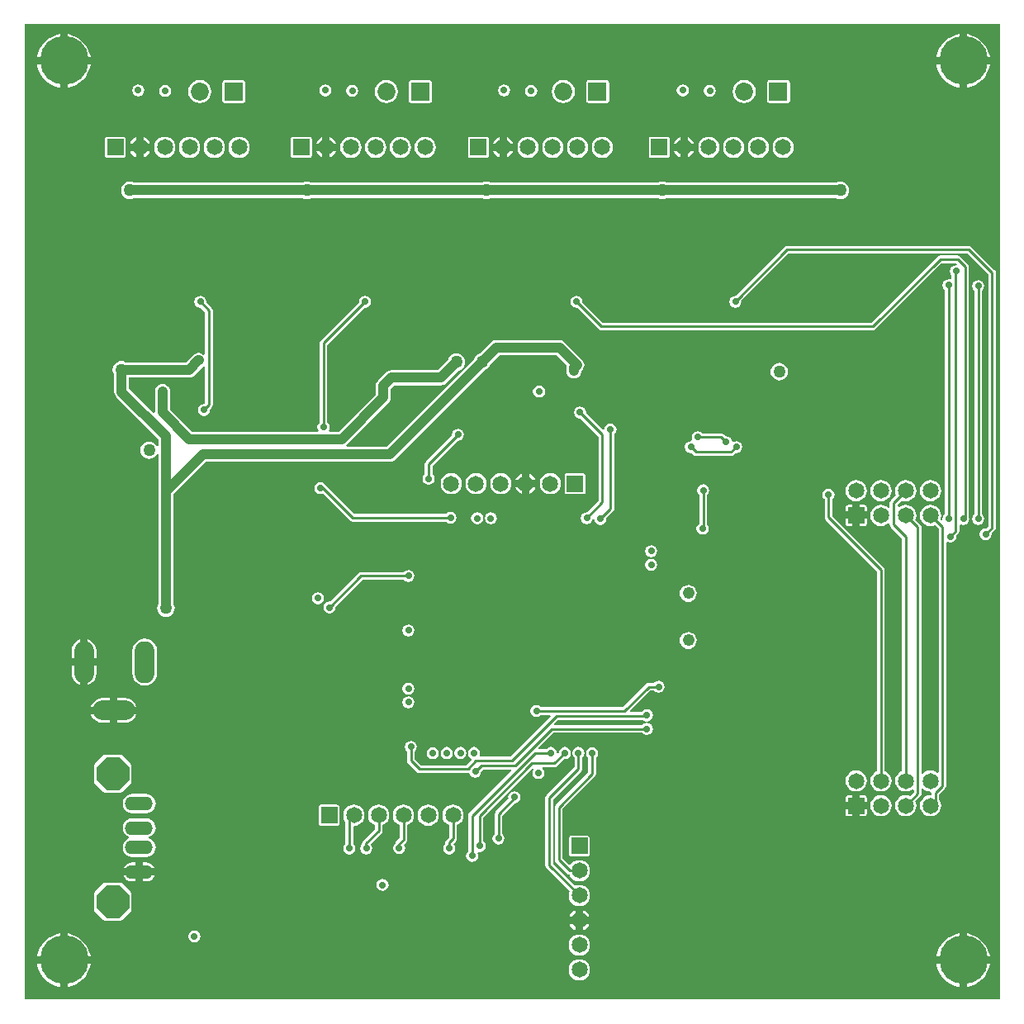
<source format=gbl>
%FSTAX23Y23*%
%MOIN*%
%SFA1B1*%

%IPPOS*%
%AMD45*
4,1,8,0.065800,0.027300,0.027300,0.065800,-0.027300,0.065800,-0.065800,0.027300,-0.065800,-0.027300,-0.027300,-0.065800,0.027300,-0.065800,0.065800,-0.027300,0.065800,0.027300,0.0*
%
%ADD33C,0.010000*%
%ADD34C,0.040000*%
%ADD36R,0.065000X0.065000*%
%ADD37C,0.065000*%
%ADD38C,0.196850*%
%ADD39R,0.065000X0.065000*%
%ADD40C,0.072830*%
%ADD41R,0.072830X0.072830*%
%ADD42O,0.170000X0.080000*%
%ADD43O,0.080000X0.170000*%
%ADD44C,0.048000*%
G04~CAMADD=45~4~0.0~0.0~1315.1~1315.1~0.0~385.2~0~0.0~0.0~0.0~0.0~0~0.0~0.0~0.0~0.0~0~0.0~0.0~0.0~315.0~1315.1~1315.1*
%ADD45D45*%
%ADD46O,0.112200X0.056100*%
%ADD47C,0.028000*%
%ADD48C,0.050000*%
%LNcontrolboard-1*%
%LPD*%
G36*
X03937Y0012D02*
X0D01*
Y04057*
X03937*
Y0012*
G37*
%LNcontrolboard-2*%
%LPC*%
G36*
X0256Y01407D02*
X0255Y01406D01*
X02542Y014*
X02541Y01398*
X0252*
X02514Y01397*
X02509Y01394*
X02415Y013*
X02085*
X02084Y01302*
X02076Y01307*
X02067Y01309*
X02057Y01307*
X02049Y01302*
X02044Y01294*
X02042Y01285*
X02044Y01275*
X02049Y01267*
X02057Y01262*
X02067Y0126*
X02076Y01262*
X02084Y01267*
X02085Y01269*
X02122*
X02124Y01264*
X0196Y011*
X0184*
X01837Y01105*
X01838Y01106*
X01839Y01116*
X01838Y01125*
X01832Y01133*
X01824Y01138*
X01815Y0114*
X01806Y01138*
X01798Y01133*
X01792Y01125*
X0179Y01116*
X01792Y01106*
X01798Y01098*
X01803Y01094*
X01805Y01087*
X01783Y01066*
X016*
X01575Y01091*
Y01121*
X01577Y01122*
X01582Y0113*
X01584Y0114*
X01582Y01149*
X01577Y01157*
X01569Y01162*
X0156Y01164*
X0155Y01162*
X01542Y01157*
X01537Y01149*
X01535Y0114*
X01537Y0113*
X01542Y01122*
X01544Y01121*
Y01085*
X01545Y01079*
X01549Y01074*
X01583Y0104*
X01588Y01036*
X01594Y01035*
X01791*
X01796Y01036*
X01797Y0103*
X01802Y01022*
X0181Y01017*
X0182Y01015*
X01829Y01017*
X01837Y01022*
X01842Y0103*
X01844Y0104*
X01844Y01042*
X01851Y01049*
X01964*
X01966Y01044*
X01796Y00874*
X01793Y00869*
X01792Y00863*
Y00718*
X0179Y00717*
X01784Y00709*
X01783Y007*
X01784Y0069*
X0179Y00682*
X01798Y00677*
X01807Y00675*
X01816Y00677*
X01824Y00682*
X0183Y0069*
X01831Y007*
X0183Y00709*
X01828Y00711*
X01832Y00716*
X01838Y00715*
X01847Y00717*
X01855Y00722*
X0186Y0073*
X01862Y0074*
X0186Y00749*
X01855Y00757*
X01853Y00758*
Y00856*
X02051Y01054*
X02052Y01054*
X02054Y01047*
X02052Y01044*
X0205Y01035*
X02052Y01025*
X02057Y01017*
X02065Y01012*
X02075Y0101*
X02084Y01012*
X02092Y01017*
X02097Y01025*
X02099Y01035*
X02097Y01044*
X02092Y01052*
X02091Y01052*
X02093Y01058*
X02139*
X02145Y01059*
X0215Y01063*
X02179Y01092*
X02181Y01091*
X02191Y01093*
X02199Y01098*
X02204Y01106*
X02206Y01116*
X02204Y01125*
X02199Y01133*
X02191Y01138*
X02181Y0114*
X02172Y01138*
X02164Y01133*
X02159Y01125*
X02157Y01116*
X02155Y01114*
X02153Y01115*
X02149Y01117*
X02147Y01125*
X02142Y01133*
X02134Y01138*
X02125Y0114*
X02115Y01138*
X02107Y01133*
X02106Y01131*
X02076*
X02074Y01136*
X02135Y01197*
X02494*
X02495Y01195*
X02503Y0119*
X02513Y01188*
X02522Y0119*
X0253Y01195*
X02535Y01203*
X02537Y01212*
X02535Y01222*
X0253Y0123*
X02522Y01235*
X02513Y01237*
X02503Y01235*
X02495Y0123*
X02494Y01227*
X02139*
X02137Y01233*
X02153Y01249*
X02496*
X02503Y01245*
X02513Y01243*
X02522Y01245*
X0253Y0125*
X02535Y01258*
X02537Y01267*
X02535Y01277*
X0253Y01285*
X02522Y0129*
X02513Y01292*
X02503Y0129*
X02495Y01285*
X02492Y0128*
X02446*
X02444Y01285*
X02526Y01368*
X02541*
X02542Y01366*
X0255Y0136*
X0256Y01359*
X02569Y0136*
X02577Y01366*
X02582Y01374*
X02584Y01383*
X02582Y01392*
X02577Y014*
X02569Y01406*
X0256Y01407*
G37*
G36*
X00486Y01578D02*
X00472Y01576D01*
X0046Y01571*
X0045Y01563*
X00442Y01553*
X00437Y01541*
X00435Y01528*
Y01438*
X00437Y01424*
X00442Y01412*
X0045Y01402*
X0046Y01394*
X00472Y01389*
X00486Y01387*
X00499Y01389*
X00511Y01394*
X00521Y01402*
X00529Y01412*
X00534Y01424*
X00536Y01438*
Y01528*
X00534Y01541*
X00529Y01553*
X00521Y01563*
X00511Y01571*
X00499Y01576*
X00486Y01578*
G37*
G36*
X00406Y01338D02*
X00376D01*
Y01303*
X00453*
X00449Y01313*
X00441Y01323*
X00431Y01331*
X00419Y01336*
X00406Y01338*
G37*
G36*
X0155Y01399D02*
X01541Y01398D01*
X01533Y01392*
X01527Y01384*
X01526Y01375*
X01527Y01366*
X01533Y01358*
X01541Y01352*
X0155Y0135*
X01559Y01352*
X01567Y01358*
X01573Y01366*
X01574Y01375*
X01573Y01384*
X01567Y01392*
X01559Y01398*
X0155Y01399*
G37*
G36*
X00226Y01468D02*
X0019D01*
Y01438*
X00192Y01424*
X00197Y01412*
X00205Y01402*
X00215Y01394*
X00226Y0139*
Y01468*
G37*
G36*
X00256Y01575D02*
Y01498D01*
X00291*
Y01528*
X00289Y01541*
X00284Y01553*
X00276Y01563*
X00266Y01571*
X00256Y01575*
G37*
G36*
X0268Y01604D02*
X02671Y01603D01*
X02662Y01599*
X02655Y01594*
X0265Y01587*
X02646Y01578*
X02645Y0157*
X02646Y01561*
X0265Y01552*
X02655Y01545*
X02662Y0154*
X02671Y01536*
X0268Y01535*
X02688Y01536*
X02697Y0154*
X02704Y01545*
X02709Y01552*
X02713Y01561*
X02714Y0157*
X02713Y01578*
X02709Y01587*
X02704Y01594*
X02697Y01599*
X02688Y01603*
X0268Y01604*
G37*
G36*
X00291Y01468D02*
X00256D01*
Y0139*
X00266Y01394*
X00276Y01402*
X00284Y01412*
X00289Y01424*
X00291Y01438*
Y01468*
G37*
G36*
X00226Y01575D02*
X00215Y01571D01*
X00205Y01563*
X00197Y01553*
X00192Y01541*
X0019Y01528*
Y01498*
X00226*
Y01575*
G37*
G36*
X00346Y01338D02*
X00316D01*
X00302Y01336*
X0029Y01331*
X0028Y01323*
X00272Y01313*
X00268Y01303*
X00346*
Y01338*
G37*
G36*
X03246Y02183D02*
X03236Y02181D01*
X03228Y02176*
X03223Y02168*
X03221Y02159*
X03223Y02149*
X03228Y02141*
X0323Y0214*
Y02067*
X03231Y02061*
X03235Y02056*
X03442Y01848*
Y01042*
X03436Y0104*
X03427Y01033*
X0342Y01024*
X03416Y01014*
X03415Y01003*
X03416Y00991*
X0342Y00981*
X03427Y00972*
X03436Y00965*
X03446Y00961*
X03458Y0096*
X03469Y00961*
X03479Y00965*
X03488Y00972*
X03495Y00981*
X03499Y00991*
X035Y01003*
X03499Y01014*
X03495Y01024*
X03488Y01033*
X03479Y0104*
X03473Y01042*
Y01855*
X03472Y0186*
X03468Y01865*
X03261Y02073*
Y0214*
X03263Y02141*
X03268Y02149*
X0327Y02159*
X03268Y02168*
X03263Y02176*
X03255Y02181*
X03246Y02183*
G37*
G36*
X01649Y01138D02*
X01639Y01137D01*
X01632Y01131*
X01626Y01123*
X01624Y01114*
X01626Y01105*
X01632Y01097*
X01639Y01091*
X01649Y0109*
X01658Y01091*
X01666Y01097*
X01671Y01105*
X01673Y01114*
X01671Y01123*
X01666Y01131*
X01658Y01137*
X01649Y01138*
G37*
G36*
X00389Y01108D02*
X00324D01*
X0032Y01107*
X00316Y01105*
X00284Y01072*
X00281Y01069*
X00281Y01065*
Y00999*
X00281Y00995*
X00284Y00992*
X00316Y00959*
X0032Y00957*
X00324Y00956*
X00389*
X00393Y00957*
X00397Y00959*
X00429Y00992*
X00429*
X00432Y00995*
X00432Y00999*
Y01065*
X00432Y01069*
X00429Y01072*
X00397Y01105*
X00393Y01107*
X00389Y01108*
G37*
G36*
X03358Y01045D02*
X03346Y01044D01*
X03336Y0104*
X03327Y01033*
X0332Y01024*
X03316Y01014*
X03315Y01003*
X03316Y00991*
X0332Y00981*
X03327Y00972*
X03336Y00965*
X03346Y00961*
X03358Y0096*
X03369Y00961*
X03379Y00965*
X03388Y00972*
X03395Y00981*
X03399Y00991*
X034Y01003*
X03399Y01014*
X03395Y01024*
X03388Y01033*
X03379Y0104*
X03369Y01044*
X03358Y01045*
G37*
G36*
X01705Y0114D02*
X01696Y01138D01*
X01688Y01133*
X01682Y01125*
X0168Y01116*
X01682Y01106*
X01688Y01098*
X01696Y01093*
X01705Y01091*
X01714Y01093*
X01722Y01098*
X01728Y01106*
X01729Y01116*
X01728Y01125*
X01722Y01133*
X01714Y01138*
X01705Y0114*
G37*
G36*
X00453Y01273D02*
X00376D01*
Y01237*
X00406*
X00419Y01239*
X00431Y01244*
X00441Y01252*
X00449Y01262*
X00453Y01273*
G37*
G36*
X0155Y01344D02*
X01541Y01343D01*
X01533Y01337*
X01527Y01329*
X01526Y0132*
X01527Y01311*
X01533Y01303*
X01541Y01297*
X0155Y01295*
X01559Y01297*
X01567Y01303*
X01573Y01311*
X01574Y0132*
X01573Y01329*
X01567Y01337*
X01559Y01343*
X0155Y01344*
G37*
G36*
X0176Y0114D02*
X01751Y01138D01*
X01743Y01133*
X01737Y01125*
X01735Y01116*
X01737Y01106*
X01743Y01098*
X01751Y01093*
X0176Y01091*
X01769Y01093*
X01777Y01098*
X01783Y01106*
X01784Y01116*
X01783Y01125*
X01777Y01133*
X01769Y01138*
X0176Y0114*
G37*
G36*
X00346Y01273D02*
X00268D01*
X00272Y01262*
X0028Y01252*
X0029Y01244*
X00302Y01239*
X00316Y01237*
X00346*
Y01273*
G37*
G36*
X01883Y02087D02*
X01874Y02086D01*
X01866Y0208*
X0186Y02072*
X01858Y02063*
X0186Y02054*
X01866Y02046*
X01874Y0204*
X01883Y02039*
X01892Y0204*
X019Y02046*
X01906Y02054*
X01907Y02063*
X01906Y02072*
X019Y0208*
X01892Y02086*
X01883Y02087*
G37*
G36*
X01194Y02209D02*
X01185Y02207D01*
X01177Y02202*
X01171Y02194*
X0117Y02185*
X01171Y02175*
X01177Y02167*
X01185Y02162*
X01194Y0216*
X01203Y02162*
X01205Y02163*
X01314Y02054*
X01319Y0205*
X01325Y02049*
X01701*
X01702Y02047*
X0171Y02042*
X0172Y0204*
X01729Y02042*
X01737Y02047*
X01742Y02055*
X01744Y02065*
X01742Y02074*
X01737Y02082*
X01729Y02087*
X0172Y02089*
X0171Y02087*
X01702Y02082*
X01701Y0208*
X01331*
X01216Y02195*
X01216Y02196*
X01211Y02202*
X01203Y02207*
X01194Y02209*
G37*
G36*
X0385Y03024D02*
X0384Y03022D01*
X03832Y03017*
X03827Y03009*
X03825Y03*
X03827Y0299*
X03832Y02982*
X03834Y02981*
Y02078*
X03832Y02077*
X03827Y02069*
X03825Y0206*
X03827Y0205*
X03832Y02042*
X0384Y02037*
X0385Y02035*
X03859Y02037*
X03867Y02042*
X03872Y0205*
X03874Y0206*
X03872Y02069*
X03867Y02077*
X03865Y02078*
Y02981*
X03867Y02982*
X03872Y0299*
X03874Y03*
X03872Y03009*
X03867Y03017*
X03859Y03022*
X0385Y03024*
G37*
G36*
X01828Y02087D02*
X01819Y02086D01*
X01811Y0208*
X01805Y02072*
X01803Y02063*
X01805Y02054*
X01811Y02046*
X01819Y0204*
X01828Y02039*
X01837Y0204*
X01845Y02046*
X01851Y02054*
X01852Y02063*
X01851Y02072*
X01845Y0208*
X01837Y02086*
X01828Y02087*
G37*
G36*
X02243Y02514D02*
X02233Y02512D01*
X02225Y02507*
X0222Y02499*
X02218Y0249*
X0222Y0248*
X02225Y02472*
X02233Y02467*
X02243Y02465*
X02245Y02466*
X02317Y02393*
Y02133*
X02272Y02088*
X0227Y02088*
X0226Y02086*
X02252Y02081*
X02247Y02073*
X02245Y02064*
X02247Y02054*
X02252Y02046*
X0226Y02041*
X0227Y02039*
X02279Y02041*
X02287Y02046*
X02292Y02054*
X02294Y02062*
X02294Y02062*
X02296Y02062*
X023Y02059*
X02302Y02051*
X02307Y02043*
X02315Y02038*
X02325Y02036*
X02334Y02038*
X02342Y02043*
X02347Y02051*
X02349Y02061*
X02349Y02063*
X02376Y02091*
X0238Y02096*
X02381Y02102*
Y02403*
X02383Y02404*
X02388Y02412*
X0239Y02422*
X02388Y02431*
X02383Y02439*
X02375Y02444*
X02366Y02446*
X02356Y02444*
X02348Y02439*
X02343Y02431*
X02341Y02422*
X02341Y02421*
X02336Y02418*
X02267Y02487*
X02267Y0249*
X02265Y02499*
X0226Y02507*
X02252Y02512*
X02243Y02514*
G37*
G36*
X03358Y02217D02*
X03346Y02216D01*
X03336Y02212*
X03327Y02205*
X0332Y02196*
X03316Y02186*
X03315Y02175*
X03316Y02163*
X0332Y02153*
X03327Y02144*
X03336Y02137*
X03346Y02133*
X03358Y02132*
X03369Y02133*
X03379Y02137*
X03388Y02144*
X03395Y02153*
X03399Y02163*
X034Y02175*
X03399Y02186*
X03395Y02196*
X03388Y02205*
X03379Y02212*
X03369Y02216*
X03358Y02217*
G37*
G36*
X03458D02*
X03446Y02216D01*
X03436Y02212*
X03427Y02205*
X0342Y02196*
X03416Y02186*
X03415Y02175*
X03416Y02163*
X0342Y02153*
X03427Y02144*
X03436Y02137*
X03446Y02133*
X03458Y02132*
X03469Y02133*
X03479Y02137*
X03488Y02144*
X03495Y02153*
X03499Y02163*
X035Y02175*
X03499Y02186*
X03495Y02196*
X03488Y02205*
X03479Y02212*
X03469Y02216*
X03458Y02217*
G37*
G36*
X03343Y02117D02*
X03325D01*
X03321Y02116*
X03318Y02114*
X03316Y02111*
X03315Y02107*
Y0209*
X03343*
Y02117*
G37*
G36*
X0339D02*
X03373D01*
Y0209*
X034*
Y02107*
X03399Y02111*
X03397Y02114*
X03394Y02116*
X0339Y02117*
G37*
G36*
X034Y0206D02*
X03373D01*
Y02032*
X0339*
X03394Y02033*
X03397Y02035*
X03399Y02038*
X034Y02042*
Y0206*
G37*
G36*
X0268Y01794D02*
X02671Y01793D01*
X02662Y01789*
X02655Y01784*
X0265Y01777*
X02646Y01768*
X02645Y0176*
X02646Y01751*
X0265Y01742*
X02655Y01735*
X02662Y0173*
X02671Y01726*
X0268Y01725*
X02688Y01726*
X02697Y0173*
X02704Y01735*
X02709Y01742*
X02713Y01751*
X02714Y0176*
X02713Y01768*
X02709Y01777*
X02704Y01784*
X02697Y01789*
X02688Y01793*
X0268Y01794*
G37*
G36*
X0155Y01854D02*
X01541Y01852D01*
X01533Y01847*
X01531Y01845*
X01358*
X01352Y01844*
X01347Y0184*
X01234Y01727*
X01232Y01728*
X01223Y01726*
X01215Y01721*
X01209Y01713*
X01208Y01703*
X01209Y01694*
X01215Y01686*
X01223Y01681*
X01232Y01679*
X01241Y01681*
X01249Y01686*
X01255Y01694*
X01256Y01703*
X01256Y01706*
X01365Y01814*
X01531*
X01533Y01812*
X01541Y01807*
X0155Y01805*
X01559Y01807*
X01567Y01812*
X01573Y0182*
X01574Y0183*
X01573Y01839*
X01567Y01847*
X01559Y01852*
X0155Y01854*
G37*
G36*
Y01634D02*
X01541Y01632D01*
X01533Y01627*
X01527Y01619*
X01526Y0161*
X01527Y016*
X01533Y01592*
X01541Y01587*
X0155Y01585*
X01559Y01587*
X01567Y01592*
X01573Y016*
X01574Y0161*
X01573Y01619*
X01567Y01627*
X01559Y01632*
X0155Y01634*
G37*
G36*
X01185Y01764D02*
X01175Y01762D01*
X01167Y01757*
X01162Y01749*
X0116Y0174*
X01162Y0173*
X01167Y01722*
X01175Y01717*
X01185Y01715*
X01194Y01717*
X01202Y01722*
X01207Y0173*
X01209Y0174*
X01207Y01749*
X01202Y01757*
X01194Y01762*
X01185Y01764*
G37*
G36*
X0253Y01899D02*
X0252Y01897D01*
X02512Y01892*
X02507Y01884*
X02505Y01875*
X02507Y01865*
X02512Y01857*
X0252Y01852*
X0253Y0185*
X02539Y01852*
X02547Y01857*
X02552Y01865*
X02554Y01875*
X02552Y01884*
X02547Y01892*
X02539Y01897*
X0253Y01899*
G37*
G36*
X03813Y03163D02*
X03079D01*
X03073Y03162*
X03068Y03158*
X0287Y02961*
X0287Y02961*
X0286Y02959*
X02852Y02954*
X02847Y02946*
X02845Y02937*
X02847Y02927*
X02852Y02919*
X0286Y02914*
X0287Y02912*
X02879Y02914*
X02887Y02919*
X02892Y02927*
X02894Y02937*
X02893Y02941*
X03085Y03132*
X03806*
X0389Y03048*
Y02031*
X03882Y02023*
X0388Y02023*
X0387Y02021*
X03862Y02016*
X03857Y02008*
X03855Y01999*
X03857Y01989*
X03862Y01981*
X0387Y01976*
X0388Y01974*
X03889Y01976*
X03897Y01981*
X03902Y01989*
X03904Y01999*
X03904Y02001*
X03916Y02014*
X0392Y02019*
X03921Y02025*
Y03055*
X0392Y0306*
X03916Y03065*
X03823Y03158*
X03818Y03162*
X03813Y03163*
G37*
G36*
X03343Y0206D02*
X03315D01*
Y02042*
X03316Y02038*
X03318Y02035*
X03321Y02033*
X03325Y02032*
X03343*
Y0206*
G37*
G36*
X0253Y01954D02*
X0252Y01952D01*
X02512Y01947*
X02507Y01939*
X02505Y0193*
X02507Y0192*
X02512Y01912*
X0252Y01907*
X0253Y01905*
X02539Y01907*
X02547Y01912*
X02552Y0192*
X02554Y0193*
X02552Y01939*
X02547Y01947*
X02539Y01952*
X0253Y01954*
G37*
G36*
X0274Y022D02*
X0273Y02198D01*
X02722Y02193*
X02717Y02185*
X02715Y02176*
X02717Y02166*
X02722Y02158*
X02724Y02157*
Y02041*
X0272Y02039*
X02715Y02031*
X02713Y02022*
X02715Y02012*
X0272Y02004*
X02728Y01999*
X02738Y01997*
X02747Y01999*
X02755Y02004*
X0276Y02012*
X02762Y02022*
X0276Y02031*
X02755Y02039*
X02755Y02039*
Y02157*
X02757Y02158*
X02762Y02166*
X02764Y02176*
X02762Y02185*
X02757Y02193*
X02749Y02198*
X0274Y022*
G37*
G36*
X02279Y00425D02*
X02255D01*
Y004*
X02261Y00402*
X0227Y00409*
X02277Y00418*
X02279Y00425*
G37*
G36*
X00389Y00591D02*
X00324D01*
X0032Y0059*
X00316Y00588*
X00284Y00555*
X00281Y00552*
X00281Y00548*
Y00482*
X00281Y00478*
X00284Y00475*
X00316Y00442*
X0032Y0044*
X00324Y00439*
X00389*
X00393Y0044*
X00397Y00442*
X00429Y00475*
X00429*
X00432Y00478*
X00432Y00482*
Y00548*
X00432Y00552*
X00429Y00555*
X00397Y00588*
X00393Y0059*
X00389Y00591*
G37*
G36*
X00686Y00399D02*
X00677Y00397D01*
X00669Y00392*
X00664Y00384*
X00662Y00375*
X00664Y00365*
X00669Y00357*
X00677Y00352*
X00686Y0035*
X00696Y00352*
X00704Y00357*
X00709Y00365*
X00711Y00375*
X00709Y00384*
X00704Y00392*
X00696Y00397*
X00686Y00399*
G37*
G36*
X02225Y00425D02*
X022D01*
X02202Y00418*
X02209Y00409*
X02218Y00402*
X02225Y004*
Y00425*
G37*
G36*
Y00479D02*
X02218Y00477D01*
X02209Y0047*
X02202Y00461*
X022Y00455*
X02225*
Y00479*
G37*
G36*
X01446Y00607D02*
X01437Y00606D01*
X01429Y006*
X01423Y00592*
X01421Y00583*
X01423Y00574*
X01429Y00566*
X01437Y0056*
X01446Y00558*
X01455Y0056*
X01463Y00566*
X01469Y00574*
X0147Y00583*
X01469Y00592*
X01463Y006*
X01455Y00606*
X01446Y00607*
G37*
G36*
X02292Y01138D02*
X02282Y01137D01*
X02274Y01131*
X02269Y01123*
X02267Y01114*
X02269Y01105*
X02274Y01097*
X02276Y01095*
Y01037*
X02146Y00906*
X02142Y00901*
X02141Y00896*
Y00684*
X02142Y00678*
X02146Y00673*
X0219Y00629*
X02195Y00625*
X022Y00624*
X02202Y00618*
X02209Y00609*
X02218Y00602*
X02228Y00598*
X0224Y00597*
X02251Y00598*
X02261Y00602*
X0227Y00609*
X02277Y00618*
X02281Y00628*
X02282Y0064*
X02281Y00651*
X02277Y00661*
X0227Y0067*
X02261Y00677*
X02251Y00681*
X0224Y00682*
X02228Y00681*
X02218Y00677*
X02209Y0067*
X02205Y00665*
X02197Y00664*
X02172Y0069*
Y00889*
X02303Y0102*
X02306Y01025*
X02307Y01031*
Y01095*
X02309Y01097*
X02314Y01105*
X02316Y01114*
X02314Y01123*
X02309Y01131*
X02301Y01137*
X02292Y01138*
G37*
G36*
X02255Y00479D02*
Y00455D01*
X02279*
X02277Y00461*
X0227Y0047*
X02261Y00477*
X02255Y00479*
G37*
G36*
X02236Y0114D02*
X02227Y01138D01*
X02219Y01133*
X02214Y01125*
X02212Y01116*
X02214Y01106*
X02219Y01098*
X02221Y01097*
Y0106*
X02108Y00946*
X02104Y00941*
X02103Y00936*
Y00661*
X02104Y00655*
X02108Y0065*
X02201Y00557*
X02198Y00551*
X02197Y0054*
X02198Y00528*
X02202Y00518*
X02209Y00509*
X02218Y00502*
X02228Y00498*
X0224Y00497*
X02251Y00498*
X02261Y00502*
X0227Y00509*
X02277Y00518*
X02281Y00528*
X02282Y0054*
X02281Y00551*
X02277Y00561*
X0227Y0057*
X02261Y00577*
X02251Y00581*
X0224Y00582*
X02228Y00581*
X02222Y00578*
X02134Y00667*
Y00929*
X02247Y01042*
X0225Y01047*
X02252Y01053*
Y01097*
X02254Y01098*
X02259Y01106*
X02261Y01116*
X02259Y01125*
X02254Y01133*
X02246Y01138*
X02236Y0114*
G37*
G36*
X0224Y00382D02*
X02228Y00381D01*
X02218Y00377*
X02209Y0037*
X02202Y00361*
X02198Y00351*
X02197Y0034*
X02198Y00328*
X02202Y00318*
X02209Y00309*
X02218Y00302*
X02228Y00298*
X0224Y00297*
X02251Y00298*
X02261Y00302*
X0227Y00309*
X02277Y00318*
X02281Y00328*
X02282Y0034*
X02281Y00351*
X02277Y00361*
X0227Y0037*
X02261Y00377*
X02251Y00381*
X0224Y00382*
G37*
G36*
X00267Y00265D02*
X00175D01*
Y00172*
X00177Y00172*
X00193Y00176*
X00209Y00183*
X00223Y00192*
X00236Y00203*
X00247Y00216*
X00256Y0023*
X00263Y00246*
X00267Y00262*
X00267Y00265*
G37*
G36*
X03897D02*
X03805D01*
Y00172*
X03807Y00172*
X03823Y00176*
X03839Y00183*
X03853Y00192*
X03866Y00203*
X03877Y00216*
X03886Y0023*
X03893Y00246*
X03897Y00262*
X03897Y00265*
G37*
G36*
X03775D02*
X03682D01*
X03682Y00262*
X03686Y00246*
X03693Y0023*
X03702Y00216*
X03713Y00203*
X03726Y00192*
X0374Y00183*
X03756Y00176*
X03772Y00172*
X03775Y00172*
Y00265*
G37*
G36*
X00145D02*
X00052D01*
X00052Y00262*
X00056Y00246*
X00063Y0023*
X00072Y00216*
X00083Y00203*
X00096Y00192*
X0011Y00183*
X00126Y00176*
X00142Y00172*
X00145Y00172*
Y00265*
G37*
G36*
X0224Y00282D02*
X02228Y00281D01*
X02218Y00277*
X02209Y0027*
X02202Y00261*
X02198Y00251*
X02197Y0024*
X02198Y00228*
X02202Y00218*
X02209Y00209*
X02218Y00202*
X02228Y00198*
X0224Y00197*
X02251Y00198*
X02261Y00202*
X0227Y00209*
X02277Y00218*
X02281Y00228*
X02282Y0024*
X02281Y00251*
X02277Y00261*
X0227Y0027*
X02261Y00277*
X02251Y00281*
X0224Y00282*
G37*
G36*
X00175Y00387D02*
Y00295D01*
X00267*
X00267Y00297*
X00263Y00313*
X00256Y00329*
X00247Y00343*
X00236Y00356*
X00223Y00367*
X00209Y00376*
X00193Y00383*
X00177Y00387*
X00175Y00387*
G37*
G36*
X03805D02*
Y00295D01*
X03897*
X03897Y00297*
X03893Y00313*
X03886Y00329*
X03877Y00343*
X03866Y00356*
X03853Y00367*
X03839Y00376*
X03823Y00383*
X03807Y00387*
X03805Y00387*
G37*
G36*
X03775D02*
X03772Y00387D01*
X03756Y00383*
X0374Y00376*
X03726Y00367*
X03713Y00356*
X03702Y00343*
X03693Y00329*
X03686Y00313*
X03682Y00297*
X03682Y00295*
X03775*
Y00387*
G37*
G36*
X00145D02*
X00142Y00387D01*
X00126Y00383*
X0011Y00376*
X00096Y00367*
X00083Y00356*
X00072Y00343*
X00063Y00329*
X00056Y00313*
X00052Y00297*
X00052Y00295*
X00145*
Y00387*
G37*
G36*
X01262Y00907D02*
X01197D01*
X01193Y00906*
X0119Y00904*
X01188Y00901*
X01187Y00897*
Y00832*
X01188Y00828*
X0119Y00825*
X01193Y00823*
X01197Y00822*
X01262*
X01266Y00823*
X01269Y00825*
X01271Y00828*
X01272Y00832*
Y00897*
X01271Y00901*
X01269Y00904*
X01266Y00906*
X01262Y00907*
G37*
G36*
X03458Y00945D02*
X03446Y00944D01*
X03436Y0094*
X03427Y00933*
X0342Y00924*
X03416Y00914*
X03415Y00903*
X03416Y00891*
X0342Y00881*
X03427Y00872*
X03436Y00865*
X03446Y00861*
X03458Y0086*
X03469Y00861*
X03479Y00865*
X03488Y00872*
X03495Y00881*
X03499Y00891*
X035Y00903*
X03499Y00914*
X03495Y00924*
X03488Y00933*
X03479Y0094*
X03469Y00944*
X03458Y00945*
G37*
G36*
X01978Y00961D02*
X01968Y00959D01*
X0196Y00954*
X01955Y00946*
X01953Y00937*
X01954Y00931*
X01903Y0088*
X019Y00875*
X01899Y00869*
Y00788*
X01897Y00787*
X01891Y00779*
X01889Y0077*
X01891Y0076*
X01897Y00752*
X01904Y00747*
X01914Y00745*
X01923Y00747*
X01931Y00752*
X01936Y0076*
X01938Y0077*
X01936Y00779*
X01931Y00787*
X01929Y00788*
Y00863*
X01979Y00913*
X01987Y00914*
X01995Y00919*
X02Y00927*
X02002Y00937*
X02Y00946*
X01995Y00954*
X01987Y00959*
X01978Y00961*
G37*
G36*
X0163Y00907D02*
X01618Y00906D01*
X01608Y00902*
X01599Y00895*
X01592Y00886*
X01588Y00876*
X01587Y00865*
X01588Y00853*
X01592Y00843*
X01599Y00834*
X01608Y00827*
X01618Y00823*
X0163Y00822*
X01641Y00823*
X01651Y00827*
X0166Y00834*
X01667Y00843*
X01671Y00853*
X01672Y00865*
X01671Y00876*
X01667Y00886*
X0166Y00895*
X01651Y00902*
X01641Y00906*
X0163Y00907*
G37*
G36*
X03343Y00888D02*
X03315D01*
Y0087*
X03316Y00866*
X03318Y00863*
X03321Y00861*
X03325Y0086*
X03343*
Y00888*
G37*
G36*
Y00945D02*
X03325D01*
X03321Y00944*
X03318Y00942*
X03316Y00939*
X03315Y00935*
Y00918*
X03343*
Y00945*
G37*
G36*
X0339D02*
X03373D01*
Y00918*
X034*
Y00935*
X03399Y00939*
X03397Y00942*
X03394Y00944*
X0339Y00945*
G37*
G36*
X034Y00888D02*
X03373D01*
Y0086*
X0339*
X03394Y00861*
X03397Y00863*
X03399Y00866*
X034Y0087*
Y00888*
G37*
G36*
X00491Y0095D02*
X00435D01*
X00425Y00948*
X00416Y00945*
X00408Y00938*
X00402Y0093*
X00398Y00921*
X00397Y00911*
X00398Y00901*
X00402Y00892*
X00408Y00884*
X00416Y00878*
X00425Y00874*
X00435Y00873*
X00491*
X00501Y00874*
X0051Y00878*
X00518Y00884*
X00524Y00892*
X00528Y00901*
X0053Y00911*
X00528Y00921*
X00524Y0093*
X00518Y00938*
X0051Y00945*
X00501Y00948*
X00491Y0095*
G37*
G36*
X0153Y00907D02*
X01518Y00906D01*
X01508Y00902*
X01499Y00895*
X01492Y00886*
X01488Y00876*
X01487Y00865*
X01488Y00853*
X01492Y00843*
X01499Y00834*
X01508Y00827*
X01514Y00825*
Y00772*
X01502Y0076*
X01499Y00755*
X01498Y0075*
X01496Y00748*
X0149Y0074*
X01489Y00731*
X0149Y00722*
X01496Y00714*
X01504Y00708*
X01513Y00707*
X01522Y00708*
X0153Y00714*
X01536Y00722*
X01538Y00731*
X01536Y0074*
X01532Y00746*
X0154Y00755*
X01544Y0076*
X01545Y00766*
Y00825*
X01551Y00827*
X0156Y00834*
X01567Y00843*
X01571Y00853*
X01572Y00865*
X01571Y00876*
X01567Y00886*
X0156Y00895*
X01551Y00902*
X01541Y00906*
X0153Y00907*
G37*
G36*
X00448Y00674D02*
X00435D01*
X00425Y00673*
X00416Y00669*
X00408Y00663*
X00402Y00655*
X004Y00651*
X00448*
Y00674*
G37*
G36*
X00491D02*
X00478D01*
Y00651*
X00526*
X00524Y00655*
X00518Y00663*
X0051Y00669*
X00501Y00673*
X00491Y00674*
G37*
G36*
X00448Y00621D02*
X004D01*
X00402Y00617*
X00408Y00609*
X00416Y00602*
X00425Y00599*
X00435Y00597*
X00448*
Y00621*
G37*
G36*
X00526D02*
X00478D01*
Y00597*
X00491*
X00501Y00599*
X0051Y00602*
X00518Y00609*
X00524Y00617*
X00526Y00621*
G37*
G36*
X00491Y00851D02*
X00435D01*
X00425Y0085*
X00416Y00846*
X00408Y0084*
X00402Y00832*
X00398Y00823*
X00397Y00813*
X00398Y00803*
X00402Y00794*
X00408Y00786*
X00416Y0078*
X00423Y00777*
Y0077*
X00416Y00767*
X00408Y00761*
X00402Y00753*
X00398Y00744*
X00397Y00734*
X00398Y00724*
X00402Y00715*
X00408Y00707*
X00416Y00701*
X00425Y00697*
X00435Y00696*
X00491*
X00501Y00697*
X0051Y00701*
X00518Y00707*
X00524Y00715*
X00528Y00724*
X0053Y00734*
X00528Y00744*
X00524Y00753*
X00518Y00761*
X0051Y00767*
X00503Y0077*
Y00777*
X0051Y0078*
X00518Y00786*
X00524Y00794*
X00528Y00803*
X0053Y00813*
X00528Y00823*
X00524Y00832*
X00518Y0084*
X0051Y00846*
X00501Y0085*
X00491Y00851*
G37*
G36*
X0143Y00907D02*
X01418Y00906D01*
X01408Y00902*
X01399Y00895*
X01392Y00886*
X01388Y00876*
X01387Y00865*
X01388Y00853*
X01392Y00843*
X01399Y00834*
X01408Y00827*
X01414Y00825*
Y00807*
X01368Y00761*
X01365Y00756*
X01363Y0075*
Y00748*
X01362Y00747*
X01357Y00739*
X01355Y0073*
X01357Y0072*
X01362Y00712*
X0137Y00707*
X0138Y00705*
X01389Y00707*
X01397Y00712*
X01402Y0072*
X01404Y0073*
X01402Y00739*
X01397Y00746*
X0144Y0079*
X01444Y00795*
X01445Y00801*
Y00825*
X01451Y00827*
X0146Y00834*
X01467Y00843*
X01471Y00853*
X01472Y00865*
X01471Y00876*
X01467Y00886*
X0146Y00895*
X01451Y00902*
X01441Y00906*
X0143Y00907*
G37*
G36*
X0173D02*
X01718Y00906D01*
X01708Y00902*
X01699Y00895*
X01692Y00886*
X01688Y00876*
X01687Y00865*
X01688Y00853*
X01692Y00843*
X01699Y00834*
X01708Y00827*
X01714Y00825*
Y00776*
X01704Y00765*
X017Y0076*
X01699Y00755*
Y00748*
X01697Y00747*
X01692Y00739*
X0169Y0073*
X01692Y0072*
X01697Y00712*
X01705Y00707*
X01715Y00705*
X01724Y00707*
X01732Y00712*
X01737Y0072*
X01739Y0073*
X01737Y00739*
X01732Y00747*
X01734Y00752*
X0174Y00759*
X01744Y00764*
X01745Y0077*
Y00825*
X01751Y00827*
X0176Y00834*
X01767Y00843*
X01771Y00853*
X01772Y00865*
X01771Y00876*
X01767Y00886*
X0176Y00895*
X01751Y00902*
X01741Y00906*
X0173Y00907*
G37*
G36*
X02272Y00782D02*
X02207D01*
X02203Y00781*
X022Y00779*
X02198Y00776*
X02197Y00772*
Y00707*
X02198Y00703*
X022Y007*
X02203Y00698*
X02207Y00697*
X02272*
X02276Y00698*
X02279Y007*
X02281Y00703*
X02282Y00707*
Y00772*
X02281Y00776*
X02279Y00779*
X02276Y00781*
X02272Y00782*
G37*
G36*
X0133Y00907D02*
X01318Y00906D01*
X01308Y00902*
X01299Y00895*
X01292Y00886*
X01288Y00876*
X01287Y00865*
X01288Y00853*
X01292Y00843*
X01296Y00838*
Y00748*
X01294Y00747*
X01289Y00739*
X01287Y0073*
X01289Y0072*
X01294Y00712*
X01302Y00707*
X01312Y00705*
X01321Y00707*
X01329Y00712*
X01334Y0072*
X01336Y0073*
X01334Y00739*
X01329Y00747*
X01327Y00748*
Y00819*
X0133Y00822*
X01341Y00823*
X01351Y00827*
X0136Y00834*
X01367Y00843*
X01371Y00853*
X01372Y00865*
X01371Y00876*
X01367Y00886*
X0136Y00895*
X01351Y00902*
X01341Y00906*
X0133Y00907*
G37*
G36*
X01948Y036D02*
Y03576D01*
X01972*
X0197Y03582*
X01963Y03591*
X01954Y03598*
X01948Y036*
G37*
G36*
X02678D02*
Y03576D01*
X02702*
X027Y03582*
X02693Y03591*
X02684Y03598*
X02678Y036*
G37*
G36*
X00482D02*
Y03576D01*
X00506*
X00504Y03582*
X00497Y03591*
X00488Y03598*
X00482Y036*
G37*
G36*
X01233D02*
Y03576D01*
X01257*
X01255Y03582*
X01248Y03591*
X01239Y03598*
X01233Y036*
G37*
G36*
X00708Y03832D02*
X00696Y03831D01*
X00684Y03826*
X00675Y03819*
X00667Y03809*
X00662Y03798*
X00661Y03786*
X00662Y03773*
X00667Y03762*
X00675Y03752*
X00684Y03745*
X00696Y0374*
X00708Y03739*
X0072Y0374*
X00731Y03745*
X00741Y03752*
X00748Y03762*
X00753Y03773*
X00755Y03786*
X00753Y03798*
X00748Y03809*
X00741Y03819*
X00731Y03826*
X0072Y03831*
X00708Y03832*
G37*
G36*
X02906D02*
X02893Y03831D01*
X02882Y03826*
X02873Y03819*
X02865Y03809*
X0286Y03798*
X02859Y03786*
X0286Y03773*
X02865Y03762*
X02873Y03752*
X02882Y03745*
X02893Y0374*
X02906Y03739*
X02918Y0374*
X02929Y03745*
X02939Y03752*
X02946Y03762*
X02951Y03773*
X02952Y03786*
X02951Y03798*
X02946Y03809*
X02939Y03819*
X02929Y03826*
X02918Y03831*
X02906Y03832*
G37*
G36*
X00882Y03832D02*
X00809D01*
X00805Y03831*
X00802Y03829*
X008Y03826*
X00799Y03822*
Y03749*
X008Y03745*
X00802Y03742*
X00805Y0374*
X00809Y03739*
X00882*
X00886Y0374*
X00889Y03742*
X00891Y03745*
X00892Y03749*
Y03822*
X00891Y03826*
X00889Y03829*
X00886Y03831*
X00882Y03832*
G37*
G36*
X01461Y03832D02*
X01448Y03831D01*
X01437Y03826*
X01428Y03819*
X0142Y03809*
X01415Y03798*
X01414Y03786*
X01415Y03773*
X0142Y03762*
X01428Y03752*
X01437Y03745*
X01448Y0374*
X01461Y03739*
X01473Y0374*
X01484Y03745*
X01494Y03752*
X01501Y03762*
X01506Y03773*
X01507Y03786*
X01506Y03798*
X01501Y03809*
X01494Y03819*
X01484Y03826*
X01473Y03831*
X01461Y03832*
G37*
G36*
X02176D02*
X02163Y03831D01*
X02152Y03826*
X02143Y03819*
X02135Y03809*
X0213Y03798*
X02129Y03786*
X0213Y03773*
X02135Y03762*
X02143Y03752*
X02152Y03745*
X02163Y0374*
X02176Y03739*
X02188Y0374*
X02199Y03745*
X02209Y03752*
X02216Y03762*
X02221Y03773*
X02222Y03786*
X02221Y03798*
X02216Y03809*
X02209Y03819*
X02199Y03826*
X02188Y03831*
X02176Y03832*
G37*
G36*
X02648Y036D02*
X02641Y03598D01*
X02632Y03591*
X02625Y03582*
X02623Y03576*
X02648*
Y036*
G37*
G36*
X01972Y03546D02*
X01948D01*
Y03521*
X01954Y03523*
X01963Y0353*
X0197Y03539*
X01972Y03546*
G37*
G36*
X00506D02*
X00482D01*
Y03521*
X00488Y03523*
X00497Y0353*
X00504Y03539*
X00506Y03546*
G37*
G36*
X01918D02*
X01893D01*
X01895Y03539*
X01902Y0353*
X01911Y03523*
X01918Y03521*
Y03546*
G37*
G36*
X02648D02*
X02623D01*
X02625Y03539*
X02632Y0353*
X02641Y03523*
X02648Y03521*
Y03546*
G37*
G36*
X01257D02*
X01233D01*
Y03521*
X01239Y03523*
X01248Y0353*
X01255Y03539*
X01257Y03546*
G37*
G36*
X01203Y036D02*
X01196Y03598D01*
X01187Y03591*
X0118Y03582*
X01178Y03576*
X01203*
Y036*
G37*
G36*
X01918D02*
X01911Y03598D01*
X01902Y03591*
X01895Y03582*
X01893Y03576*
X01918*
Y036*
G37*
G36*
X02702Y03546D02*
X02678D01*
Y03521*
X02684Y03523*
X02693Y0353*
X027Y03539*
X02702Y03546*
G37*
G36*
X00452Y036D02*
X00445Y03598D01*
X00436Y03591*
X00429Y03582*
X00427Y03576*
X00452*
Y036*
G37*
G36*
X00145Y03895D02*
X00052D01*
X00052Y03892*
X00056Y03876*
X00063Y0386*
X00072Y03846*
X00083Y03833*
X00096Y03822*
X0011Y03813*
X00126Y03806*
X00142Y03802*
X00145Y03802*
Y03895*
G37*
G36*
X00267D02*
X00175D01*
Y03802*
X00177Y03802*
X00193Y03806*
X00209Y03813*
X00223Y03822*
X00236Y03833*
X00247Y03846*
X00256Y0386*
X00263Y03876*
X00267Y03892*
X00267Y03895*
G37*
G36*
X02657Y03814D02*
X02648Y03813D01*
X0264Y03807*
X02635Y03799*
X02633Y0379*
X02635Y03781*
X0264Y03773*
X02648Y03767*
X02657Y03766*
X02667Y03767*
X02675Y03773*
X0268Y03781*
X02682Y0379*
X0268Y03799*
X02675Y03807*
X02667Y03813*
X02657Y03814*
G37*
G36*
X03775Y03895D02*
X03682D01*
X03682Y03892*
X03686Y03876*
X03693Y0386*
X03702Y03846*
X03713Y03833*
X03726Y03822*
X0374Y03813*
X03756Y03806*
X03772Y03802*
X03775Y03802*
Y03895*
G37*
G36*
X03897D02*
X03805D01*
Y03802*
X03807Y03802*
X03823Y03806*
X03839Y03813*
X03853Y03822*
X03866Y03833*
X03877Y03846*
X03886Y0386*
X03893Y03876*
X03897Y03892*
X03897Y03895*
G37*
G36*
X00175Y04017D02*
Y03925D01*
X00267*
X00267Y03927*
X00263Y03943*
X00256Y03959*
X00247Y03973*
X00236Y03986*
X00223Y03997*
X00209Y04006*
X00193Y04013*
X00177Y04017*
X00175Y04017*
G37*
G36*
X03805D02*
Y03925D01*
X03897*
X03897Y03927*
X03893Y03943*
X03886Y03959*
X03877Y03973*
X03866Y03986*
X03853Y03997*
X03839Y04006*
X03823Y04013*
X03807Y04017*
X03805Y04017*
G37*
G36*
X03775D02*
X03772Y04017D01*
X03756Y04013*
X0374Y04006*
X03726Y03997*
X03713Y03986*
X03702Y03973*
X03693Y03959*
X03686Y03943*
X03682Y03927*
X03682Y03925*
X03775*
Y04017*
G37*
G36*
X00145D02*
X00142Y04017D01*
X00126Y04013*
X0011Y04006*
X00096Y03997*
X00083Y03986*
X00072Y03973*
X00063Y03959*
X00056Y03943*
X00052Y03927*
X00052Y03925*
X00145*
Y04017*
G37*
G36*
X01936Y03814D02*
X01927Y03813D01*
X01919Y03807*
X01914Y03799*
X01912Y0379*
X01914Y03781*
X01919Y03773*
X01927Y03767*
X01936Y03766*
X01946Y03767*
X01954Y03773*
X01959Y03781*
X01961Y0379*
X01959Y03799*
X01954Y03807*
X01946Y03813*
X01936Y03814*
G37*
G36*
X0308Y03832D02*
X03007D01*
X03003Y03831*
X03Y03829*
X02998Y03826*
X02997Y03822*
Y03749*
X02998Y03745*
X03Y03742*
X03003Y0374*
X03007Y03739*
X0308*
X03084Y0374*
X03087Y03742*
X03089Y03745*
X0309Y03749*
Y03822*
X03089Y03826*
X03087Y03829*
X03084Y03831*
X0308Y03832*
G37*
G36*
X00569Y03813D02*
X00559Y03811D01*
X00551Y03806*
X00546Y03798*
X00544Y03789*
X00546Y03779*
X00551Y03771*
X00559Y03766*
X00569Y03764*
X00578Y03766*
X00586Y03771*
X00591Y03779*
X00593Y03789*
X00591Y03798*
X00586Y03806*
X00578Y03811*
X00569Y03813*
G37*
G36*
X01635Y03832D02*
X01562D01*
X01558Y03831*
X01555Y03829*
X01553Y03826*
X01552Y03822*
Y03749*
X01553Y03745*
X01555Y03742*
X01558Y0374*
X01562Y03739*
X01635*
X01639Y0374*
X01642Y03742*
X01644Y03745*
X01645Y03749*
Y03822*
X01644Y03826*
X01642Y03829*
X01639Y03831*
X01635Y03832*
G37*
G36*
X0235D02*
X02277D01*
X02273Y03831*
X0227Y03829*
X02268Y03826*
X02267Y03822*
Y03749*
X02268Y03745*
X0227Y03742*
X02273Y0374*
X02277Y03739*
X0235*
X02354Y0374*
X02357Y03742*
X02359Y03745*
X0236Y03749*
Y03822*
X02359Y03826*
X02357Y03829*
X02354Y03831*
X0235Y03832*
G37*
G36*
X01324Y03813D02*
X01314Y03811D01*
X01306Y03806*
X01301Y03798*
X01299Y03789*
X01301Y03779*
X01306Y03771*
X01314Y03766*
X01324Y03764*
X01333Y03766*
X01341Y03771*
X01346Y03779*
X01348Y03789*
X01346Y03798*
X01341Y03806*
X01333Y03811*
X01324Y03813*
G37*
G36*
X00459Y03814D02*
X0045Y03813D01*
X00442Y03807*
X00437Y03799*
X00435Y0379*
X00437Y03781*
X00442Y03773*
X0045Y03767*
X00459Y03766*
X00469Y03767*
X00477Y03773*
X00482Y03781*
X00484Y0379*
X00482Y03799*
X00477Y03807*
X00469Y03813*
X00459Y03814*
G37*
G36*
X01214D02*
X01205Y03813D01*
X01197Y03807*
X01192Y03799*
X0119Y0379*
X01192Y03781*
X01197Y03773*
X01205Y03767*
X01214Y03766*
X01224Y03767*
X01232Y03773*
X01237Y03781*
X01239Y0379*
X01237Y03799*
X01232Y03807*
X01224Y03813*
X01214Y03814*
G37*
G36*
X02046Y03813D02*
X02036Y03811D01*
X02028Y03806*
X02023Y03798*
X02021Y03789*
X02023Y03779*
X02028Y03771*
X02036Y03766*
X02046Y03764*
X02055Y03766*
X02063Y03771*
X02068Y03779*
X0207Y03789*
X02068Y03798*
X02063Y03806*
X02055Y03811*
X02046Y03813*
G37*
G36*
X02767D02*
X02757Y03811D01*
X02749Y03806*
X02744Y03798*
X02742Y03789*
X02744Y03779*
X02749Y03771*
X02757Y03766*
X02767Y03764*
X02776Y03766*
X02784Y03771*
X02789Y03779*
X02791Y03789*
X02789Y03798*
X02784Y03806*
X02776Y03811*
X02767Y03813*
G37*
G36*
X01203Y03546D02*
X01178D01*
X0118Y03539*
X01187Y0353*
X01196Y03523*
X01203Y03521*
Y03546*
G37*
G36*
X01375Y02961D02*
X01365Y02959D01*
X01357Y02954*
X01352Y02946*
X0135Y02937*
X01351Y02934*
X01197Y02781*
X01193Y02776*
X01192Y0277*
Y02449*
X0119Y02448*
X01185Y0244*
X01183Y02431*
X01185Y02421*
X01187Y02418*
X01184Y02412*
X00679*
X00588Y02502*
Y02574*
X00587Y02582*
X00584Y0259*
X00579Y02596*
X00573Y02601*
X00566Y02604*
X00558Y02605*
X0055Y02604*
X00543Y02601*
X00537Y02596*
X00532Y0259*
X00529Y02582*
X00528Y02574*
Y0249*
X00528Y0249*
X00522Y02487*
X00423Y02586*
Y02631*
X00666*
X00673Y02632*
X00681Y02635*
X00687Y0264*
X00692Y02646*
X00692Y02646*
X00719Y02673*
X00719Y02673*
X00723Y02676*
X00729Y02674*
Y02529*
X00725Y02524*
X00715Y02522*
X00707Y02517*
X00702Y02509*
X007Y025*
X00702Y0249*
X00707Y02482*
X00715Y02477*
X00725Y02475*
X00734Y02477*
X00742Y02482*
X00747Y0249*
X00749Y025*
X00749Y02502*
X00755Y02509*
X00759Y02514*
X0076Y0252*
Y02902*
X00759Y02908*
X00755Y02913*
X00734Y02934*
X00734Y02937*
X00732Y02946*
X00727Y02954*
X00719Y02959*
X0071Y02961*
X007Y02959*
X00692Y02954*
X00687Y02946*
X00685Y02937*
X00687Y02927*
X00692Y02919*
X007Y02914*
X0071Y02912*
X00712Y02913*
X00729Y02895*
Y02725*
X00723Y02723*
X00719Y02726*
X00712Y02729*
X00704Y0273*
X00702*
X00694Y02729*
X00687Y02726*
X00681Y02721*
X00651Y02691*
X00412*
X00409Y02693*
X00401Y02697*
X00392Y02698*
X00382Y02697*
X00374Y02693*
X00367Y02687*
X00361Y0268*
X00357Y02672*
X00356Y02663*
X00357Y02653*
X00361Y02645*
X00363Y02642*
Y02573*
X00364Y02565*
X00367Y02558*
X00372Y02552*
X00541Y02382*
Y02354*
X00535Y02353*
X00534Y02355*
X00528Y02363*
X00521Y02368*
X00513Y02372*
X00504Y02373*
X00494Y02372*
X00486Y02368*
X00479Y02363*
X00473Y02355*
X00469Y02347*
X00468Y02338*
X00469Y02329*
X00473Y0232*
X00479Y02313*
X00486Y02307*
X00494Y02304*
X00504Y02302*
X00513Y02304*
X00521Y02307*
X00528Y02313*
X00534Y0232*
X00535Y02323*
X00541Y02322*
Y02173*
Y01718*
X00541Y01717*
X00537Y01709*
X00536Y017*
X00537Y0169*
X00541Y01682*
X00547Y01675*
X00554Y01669*
X00562Y01665*
X00572Y01664*
X00581Y01665*
X00589Y01669*
X00596Y01675*
X00602Y01682*
X00606Y0169*
X00607Y017*
X00606Y01709*
X00602Y01717*
X00602Y01718*
Y0216*
X00733Y02291*
X01475*
X01483Y02292*
X0149Y02295*
X01497Y023*
X01857Y0266*
X01857Y0266*
X01866Y02664*
X01873Y0267*
X01879Y02677*
X01882Y02685*
X01882Y02686*
X01917Y0272*
X02148*
X02189Y02679*
X02189Y02678*
X02188Y0267*
Y02658*
X02189Y0265*
X02192Y02642*
X02197Y02636*
X02203Y02631*
X02211Y02628*
X02219Y02627*
X02226Y02628*
X02234Y02631*
X0224Y02636*
X02245Y02642*
X02248Y0265*
X02249Y02658*
Y02658*
X02251Y0266*
X02256Y02666*
X02259Y02674*
X0226Y02682*
X02259Y02689*
X02256Y02697*
X02251Y02703*
X02182Y02772*
X02176Y02777*
X02168Y0278*
X02161Y02781*
X01904*
X01896Y0278*
X01889Y02777*
X01883Y02772*
X0184Y02729*
X01839Y02729*
X01831Y02725*
X01823Y02719*
X01818Y02712*
X01814Y02704*
X01814Y02703*
X01463Y02352*
X01301*
X01299Y02358*
X01302Y0236*
X0147Y02528*
X01475Y02534*
X01478Y02542*
X01479Y0255*
Y02585*
X01493Y02599*
X0168*
X01688Y026*
X01695Y02603*
X01701Y02608*
X01752Y02659*
X01753Y02659*
X01761Y02663*
X01769Y02669*
X01774Y02676*
X01778Y02684*
X01779Y02694*
X01778Y02703*
X01774Y02711*
X01769Y02718*
X01761Y02724*
X01753Y02728*
X01744Y02729*
X01735Y02728*
X01726Y02724*
X01719Y02718*
X01713Y02711*
X0171Y02703*
X0171Y02702*
X01667Y0266*
X0148*
X01472Y02659*
X01465Y02656*
X01459Y02651*
X01427Y02619*
X01422Y02613*
X01419Y02606*
X01418Y02598*
Y02562*
X01268Y02412*
X01231*
X01228Y02418*
X0123Y02421*
X01232Y02431*
X0123Y0244*
X01225Y02448*
X01223Y02449*
Y02763*
X01372Y02913*
X01375Y02912*
X01384Y02914*
X01392Y02919*
X01397Y02927*
X01399Y02937*
X01397Y02946*
X01392Y02954*
X01384Y02959*
X01375Y02961*
G37*
G36*
X02078Y02599D02*
X02068Y02597D01*
X0206Y02592*
X02055Y02584*
X02053Y02574*
X02055Y02565*
X0206Y02557*
X02068Y02552*
X02078Y0255*
X02087Y02552*
X02095Y02557*
X021Y02565*
X02102Y02574*
X021Y02584*
X02095Y02592*
X02087Y02597*
X02078Y02599*
G37*
G36*
X02719Y02414D02*
X02709Y02412D01*
X02701Y02407*
X02696Y02399*
X02694Y0239*
X02696Y0238*
X02696Y0238*
X02692Y02375*
X02691Y02375*
X02681Y02373*
X02673Y02368*
X02668Y0236*
X02666Y02351*
X02668Y02341*
X02673Y02333*
X02681Y02328*
X02691Y02326*
X02693Y02327*
X02701Y02319*
X02706Y02315*
X02712Y02314*
X02853*
X02858Y02315*
X02863Y02319*
X02871Y02327*
X02874Y02326*
X02883Y02328*
X02891Y02333*
X02896Y02341*
X02898Y02351*
X02896Y0236*
X02891Y02368*
X02883Y02373*
X02874Y02375*
X02864Y02373*
X02863Y02372*
X02856Y02375*
X02855Y02379*
X0285Y02387*
X02842Y02392*
X02833Y02394*
X0283Y02394*
X02823Y024*
X02818Y02404*
X02813Y02405*
X02737*
X02736Y02407*
X02728Y02412*
X02719Y02414*
G37*
G36*
X0175Y02424D02*
X0174Y02422D01*
X01732Y02417*
X01727Y02409*
X01725Y024*
X01726Y02397*
X01621Y02292*
X01617Y02287*
X01616Y02282*
Y02241*
X01614Y0224*
X01609Y02232*
X01607Y02223*
X01609Y02213*
X01614Y02205*
X01622Y022*
X01632Y02198*
X01641Y022*
X01649Y02205*
X01654Y02213*
X01656Y02223*
X01654Y02232*
X01649Y0224*
X01647Y02241*
Y02275*
X01747Y02376*
X0175Y02375*
X01759Y02377*
X01767Y02382*
X01772Y0239*
X01774Y024*
X01772Y02409*
X01767Y02417*
X01759Y02422*
X0175Y02424*
G37*
G36*
X03047Y0269D02*
X03038Y02689D01*
X0303Y02685*
X03022Y02679*
X03017Y02672*
X03013Y02664*
X03012Y02655*
X03013Y02645*
X03017Y02637*
X03022Y0263*
X0303Y02624*
X03038Y0262*
X03047Y02619*
X03056Y0262*
X03065Y02624*
X03072Y0263*
X03078Y02637*
X03081Y02645*
X03083Y02655*
X03081Y02664*
X03078Y02672*
X03072Y02679*
X03065Y02685*
X03056Y02689*
X03047Y0269*
G37*
G36*
X00567Y03603D02*
X00555Y03602D01*
X00545Y03598*
X00536Y03591*
X00529Y03582*
X00525Y03572*
X00524Y03561*
X00525Y03549*
X00529Y03539*
X00536Y0353*
X00545Y03523*
X00555Y03519*
X00567Y03518*
X00578Y03519*
X00588Y03523*
X00597Y0353*
X00604Y03539*
X00608Y03549*
X00609Y03561*
X00608Y03572*
X00604Y03582*
X00597Y03591*
X00588Y03598*
X00578Y03602*
X00567Y03603*
G37*
G36*
X00667D02*
X00655Y03602D01*
X00645Y03598*
X00636Y03591*
X00629Y03582*
X00625Y03572*
X00624Y03561*
X00625Y03549*
X00629Y03539*
X00636Y0353*
X00645Y03523*
X00655Y03519*
X00667Y03518*
X00678Y03519*
X00688Y03523*
X00697Y0353*
X00704Y03539*
X00708Y03549*
X00709Y03561*
X00708Y03572*
X00704Y03582*
X00697Y03591*
X00688Y03598*
X00678Y03602*
X00667Y03603*
G37*
G36*
X03767Y03124D02*
X03697D01*
X03691Y03123*
X03686Y03119*
X03419Y02853*
X02335*
X02253Y02934*
X02253Y02937*
X02252Y02946*
X02246Y02954*
X02238Y02959*
X02229Y02961*
X0222Y02959*
X02212Y02954*
X02206Y02946*
X02205Y02937*
X02206Y02927*
X02212Y02919*
X0222Y02914*
X02229Y02912*
X02231Y02913*
X02317Y02827*
X02322Y02823*
X02328Y02822*
X03426*
X03431Y02823*
X03436Y02827*
X03703Y03093*
X03761*
X03765Y03089*
X03762Y03084*
X0376Y03084*
X0375Y03082*
X03742Y03077*
X03737Y03069*
X03735Y0306*
X03737Y0305*
X03742Y03042*
X03743Y03042*
Y0303*
X03737Y03026*
X0373Y03028*
X0372Y03026*
X03712Y03021*
X03707Y03013*
X03705Y03004*
X03707Y02994*
X03712Y02986*
X03714Y02985*
Y02078*
X03712Y02077*
X03707Y02069*
X03705Y0206*
X03705Y02058*
X037Y02055*
X03697Y02058*
X03699Y02063*
X037Y02075*
X03699Y02086*
X03695Y02096*
X03688Y02105*
X03679Y02112*
X03669Y02116*
X03658Y02117*
X03646Y02116*
X03636Y02112*
X03627Y02105*
X0362Y02096*
X03616Y02086*
X03615Y02075*
X03616Y02063*
X0362Y02053*
X03627Y02044*
X03636Y02037*
X03646Y02033*
X03658Y02032*
X03669Y02033*
X03675Y02036*
X0369Y02021*
Y01039*
X03684Y01036*
X03679Y0104*
X03669Y01044*
X03658Y01045*
X03646Y01044*
X03636Y0104*
X03627Y01033*
X03626Y01032*
X03621Y01034*
Y02027*
X0362Y02032*
X03616Y02037*
X03596Y02057*
X03599Y02063*
X036Y02075*
X03599Y02086*
X03595Y02096*
X03588Y02105*
X03579Y02112*
X03569Y02116*
X03558Y02117*
X03546Y02116*
X03536Y02112*
X0353Y02107*
X03524Y0211*
Y02119*
X0354Y02136*
X03546Y02133*
X03558Y02132*
X03569Y02133*
X03579Y02137*
X03588Y02144*
X03595Y02153*
X03599Y02163*
X036Y02175*
X03599Y02186*
X03595Y02196*
X03588Y02205*
X03579Y02212*
X03569Y02216*
X03558Y02217*
X03546Y02216*
X03536Y02212*
X03527Y02205*
X0352Y02196*
X03516Y02186*
X03515Y02175*
X03516Y02163*
X03519Y02157*
X03498Y02136*
X03494Y02131*
X03493Y02126*
Y02107*
X03493Y02106*
X03487Y02105*
X03479Y02112*
X03469Y02116*
X03458Y02117*
X03446Y02116*
X03436Y02112*
X03427Y02105*
X0342Y02096*
X03416Y02086*
X03415Y02075*
X03416Y02063*
X0342Y02053*
X03427Y02044*
X03436Y02037*
X03446Y02033*
X03458Y02032*
X03469Y02033*
X03479Y02037*
X03487Y02044*
X03493Y02043*
X03493Y02042*
Y02037*
X03494Y02031*
X03498Y02026*
X03542Y01981*
Y01042*
X03536Y0104*
X03527Y01033*
X0352Y01024*
X03516Y01014*
X03515Y01003*
X03516Y00991*
X0352Y00981*
X03527Y00972*
X03536Y00965*
X03546Y00961*
X03558Y0096*
X03569Y00961*
X03579Y00965*
X03584Y00969*
X0359Y00966*
Y00957*
X03575Y00941*
X03569Y00944*
X03558Y00945*
X03546Y00944*
X03536Y0094*
X03527Y00933*
X0352Y00924*
X03516Y00914*
X03515Y00903*
X03516Y00891*
X0352Y00881*
X03527Y00872*
X03536Y00865*
X03546Y00861*
X03558Y0086*
X03569Y00861*
X03579Y00865*
X03588Y00872*
X03595Y00881*
X03599Y00891*
X036Y00903*
X03599Y00914*
X03596Y0092*
X03616Y0094*
X0362Y00945*
X03621Y00951*
Y00971*
X03626Y00973*
X03627Y00972*
X03636Y00965*
X03646Y00961*
X03656Y0096*
X03659Y00957*
X03661Y00954*
X03661Y00954*
Y00949*
X03658Y00945*
X03646Y00944*
X03636Y0094*
X03627Y00933*
X0362Y00924*
X03616Y00914*
X03615Y00903*
X03616Y00891*
X0362Y00881*
X03627Y00872*
X03636Y00865*
X03646Y00861*
X03658Y0086*
X03669Y00861*
X03679Y00865*
X03688Y00872*
X03695Y00881*
X03699Y00891*
X037Y00903*
X03699Y00914*
X03695Y00924*
X03692Y00928*
Y00948*
X03716Y00972*
X03719Y00977*
X0372Y00983*
Y01965*
X03726Y01968*
X03728Y01967*
X03737Y01965*
X03747Y01967*
X03754Y01972*
X0376Y0198*
X03762Y01989*
X03761Y01992*
X03769Y02*
X03773Y02005*
X03774Y02011*
Y02035*
X03779Y02038*
X0378Y02037*
X0379Y02035*
X03799Y02037*
X03807Y02042*
X03812Y0205*
X03814Y0206*
X03813Y02066*
X03813Y02068*
Y03078*
X03812Y03084*
X03808Y03089*
X03778Y03119*
X03773Y03123*
X03767Y03124*
G37*
G36*
X03294Y03422D02*
X03285Y03421D01*
X03276Y03417*
X03276Y03417*
X02593*
X02592Y03417*
X02584Y03421*
X02575Y03422*
X02565Y03421*
X02557Y03417*
X02556Y03417*
X01883*
X01882Y03417*
X01874Y03421*
X01865Y03422*
X01855Y03421*
X01847Y03417*
X01846Y03417*
X01158*
X01157Y03417*
X01149Y03421*
X0114Y03422*
X0113Y03421*
X01122Y03417*
X01121Y03417*
X00443*
X00443Y03417*
X00434Y03421*
X00425Y03422*
X00416Y03421*
X00408Y03417*
X004Y03411*
X00395Y03404*
X00391Y03396*
X0039Y03387*
X00391Y03377*
X00395Y03369*
X004Y03362*
X00408Y03356*
X00416Y03352*
X00425Y03351*
X00434Y03352*
X00443Y03356*
X00443Y03356*
X01121*
X01122Y03356*
X0113Y03352*
X0114Y03351*
X01149Y03352*
X01157Y03356*
X01158Y03356*
X01846*
X01847Y03356*
X01855Y03352*
X01865Y03351*
X01874Y03352*
X01882Y03356*
X01883Y03356*
X02556*
X02557Y03356*
X02565Y03352*
X02575Y03351*
X02584Y03352*
X02592Y03356*
X02593Y03356*
X03276*
X03276Y03356*
X03285Y03352*
X03294Y03351*
X03303Y03352*
X03311Y03356*
X03319Y03362*
X03324Y03369*
X03328Y03377*
X03329Y03387*
X03328Y03396*
X03324Y03404*
X03319Y03411*
X03311Y03417*
X03303Y03421*
X03294Y03422*
G37*
G36*
X02038Y02242D02*
Y02218D01*
X02062*
X0206Y02224*
X02053Y02233*
X02044Y0224*
X02038Y02242*
G37*
G36*
X01823Y02245D02*
X01811Y02244D01*
X01801Y0224*
X01792Y02233*
X01785Y02224*
X01781Y02214*
X0178Y02203*
X01781Y02191*
X01785Y02181*
X01792Y02172*
X01801Y02165*
X01811Y02161*
X01823Y0216*
X01834Y02161*
X01844Y02165*
X01853Y02172*
X0186Y02181*
X01864Y02191*
X01865Y02203*
X01864Y02214*
X0186Y02224*
X01853Y02233*
X01844Y0224*
X01834Y02244*
X01823Y02245*
G37*
G36*
X01923D02*
X01911Y02244D01*
X01901Y0224*
X01892Y02233*
X01885Y02224*
X01881Y02214*
X0188Y02203*
X01881Y02191*
X01885Y02181*
X01892Y02172*
X01901Y02165*
X01911Y02161*
X01923Y0216*
X01934Y02161*
X01944Y02165*
X01953Y02172*
X0196Y02181*
X01964Y02191*
X01965Y02203*
X01964Y02214*
X0196Y02224*
X01953Y02233*
X01944Y0224*
X01934Y02244*
X01923Y02245*
G37*
G36*
X03658Y02217D02*
X03646Y02216D01*
X03636Y02212*
X03627Y02205*
X0362Y02196*
X03616Y02186*
X03615Y02175*
X03616Y02163*
X0362Y02153*
X03627Y02144*
X03636Y02137*
X03646Y02133*
X03658Y02132*
X03669Y02133*
X03679Y02137*
X03688Y02144*
X03695Y02153*
X03699Y02163*
X037Y02175*
X03699Y02186*
X03695Y02196*
X03688Y02205*
X03679Y02212*
X03669Y02216*
X03658Y02217*
G37*
G36*
X01723Y02245D02*
X01711Y02244D01*
X01701Y0224*
X01692Y02233*
X01685Y02224*
X01681Y02214*
X0168Y02203*
X01681Y02191*
X01685Y02181*
X01692Y02172*
X01701Y02165*
X01711Y02161*
X01723Y0216*
X01734Y02161*
X01744Y02165*
X01753Y02172*
X0176Y02181*
X01764Y02191*
X01765Y02203*
X01764Y02214*
X0176Y02224*
X01753Y02233*
X01744Y0224*
X01734Y02244*
X01723Y02245*
G37*
G36*
X02123D02*
X02111Y02244D01*
X02101Y0224*
X02092Y02233*
X02085Y02224*
X02081Y02214*
X0208Y02203*
X02081Y02191*
X02085Y02181*
X02092Y02172*
X02101Y02165*
X02111Y02161*
X02123Y0216*
X02134Y02161*
X02144Y02165*
X02153Y02172*
X0216Y02181*
X02164Y02191*
X02165Y02203*
X02164Y02214*
X0216Y02224*
X02153Y02233*
X02144Y0224*
X02134Y02244*
X02123Y02245*
G37*
G36*
X02062Y02188D02*
X02038D01*
Y02163*
X02044Y02165*
X02053Y02172*
X0206Y02181*
X02062Y02188*
G37*
G36*
X02008Y02242D02*
X02001Y0224D01*
X01992Y02233*
X01985Y02224*
X01983Y02218*
X02008*
Y02242*
G37*
G36*
X02255Y02245D02*
X0219D01*
X02186Y02244*
X02183Y02242*
X02181Y02239*
X0218Y02235*
Y0217*
X02181Y02166*
X02183Y02163*
X02186Y02161*
X0219Y0216*
X02255*
X02259Y02161*
X02262Y02163*
X02264Y02166*
X02265Y0217*
Y02235*
X02264Y02239*
X02262Y02242*
X02259Y02244*
X02255Y02245*
G37*
G36*
X02008Y02188D02*
X01983D01*
X01985Y02181*
X01992Y02172*
X02001Y02165*
X02008Y02163*
Y02188*
G37*
G36*
X02963Y03603D02*
X02951Y03602D01*
X02941Y03598*
X02932Y03591*
X02925Y03582*
X02921Y03572*
X0292Y03561*
X02921Y03549*
X02925Y03539*
X02932Y0353*
X02941Y03523*
X02951Y03519*
X02963Y03518*
X02974Y03519*
X02984Y03523*
X02993Y0353*
X03Y03539*
X03004Y03549*
X03005Y03561*
X03004Y03572*
X03Y03582*
X02993Y03591*
X02984Y03598*
X02974Y03602*
X02963Y03603*
G37*
G36*
X03063D02*
X03051Y03602D01*
X03041Y03598*
X03032Y03591*
X03025Y03582*
X03021Y03572*
X0302Y03561*
X03021Y03549*
X03025Y03539*
X03032Y0353*
X03041Y03523*
X03051Y03519*
X03063Y03518*
X03074Y03519*
X03084Y03523*
X03093Y0353*
X031Y03539*
X03104Y03549*
X03105Y03561*
X03104Y03572*
X031Y03582*
X03093Y03591*
X03084Y03598*
X03074Y03602*
X03063Y03603*
G37*
G36*
X02763D02*
X02751Y03602D01*
X02741Y03598*
X02732Y03591*
X02725Y03582*
X02721Y03572*
X0272Y03561*
X02721Y03549*
X02725Y03539*
X02732Y0353*
X02741Y03523*
X02751Y03519*
X02763Y03518*
X02774Y03519*
X02784Y03523*
X02793Y0353*
X028Y03539*
X02804Y03549*
X02805Y03561*
X02804Y03572*
X028Y03582*
X02793Y03591*
X02784Y03598*
X02774Y03602*
X02763Y03603*
G37*
G36*
X02863D02*
X02851Y03602D01*
X02841Y03598*
X02832Y03591*
X02825Y03582*
X02821Y03572*
X0282Y03561*
X02821Y03549*
X02825Y03539*
X02832Y0353*
X02841Y03523*
X02851Y03519*
X02863Y03518*
X02874Y03519*
X02884Y03523*
X02893Y0353*
X029Y03539*
X02904Y03549*
X02905Y03561*
X02904Y03572*
X029Y03582*
X02893Y03591*
X02884Y03598*
X02874Y03602*
X02863Y03603*
G37*
G36*
X00399Y03603D02*
X00334D01*
X0033Y03602*
X00327Y036*
X00325Y03597*
X00324Y03593*
Y03528*
X00325Y03524*
X00327Y03521*
X0033Y03519*
X00334Y03518*
X00399*
X00403Y03519*
X00406Y03521*
X00408Y03524*
X00409Y03528*
Y03593*
X00408Y03597*
X00406Y036*
X00403Y03602*
X00399Y03603*
G37*
G36*
X02595D02*
X0253D01*
X02526Y03602*
X02523Y036*
X02521Y03597*
X0252Y03593*
Y03528*
X02521Y03524*
X02523Y03521*
X02526Y03519*
X0253Y03518*
X02595*
X02599Y03519*
X02602Y03521*
X02604Y03524*
X02605Y03528*
Y03593*
X02604Y03597*
X02602Y036*
X02599Y03602*
X02595Y03603*
G37*
G36*
X00452Y03546D02*
X00427D01*
X00429Y03539*
X00436Y0353*
X00445Y03523*
X00452Y03521*
Y03546*
G37*
G36*
X0115Y03603D02*
X01085D01*
X01081Y03602*
X01078Y036*
X01076Y03597*
X01075Y03593*
Y03528*
X01076Y03524*
X01078Y03521*
X01081Y03519*
X01085Y03518*
X0115*
X01154Y03519*
X01157Y03521*
X01159Y03524*
X0116Y03528*
Y03593*
X01159Y03597*
X01157Y036*
X01154Y03602*
X0115Y03603*
G37*
G36*
X01865D02*
X018D01*
X01796Y03602*
X01793Y036*
X01791Y03597*
X0179Y03593*
Y03528*
X01791Y03524*
X01793Y03521*
X01796Y03519*
X018Y03518*
X01865*
X01869Y03519*
X01872Y03521*
X01874Y03524*
X01875Y03528*
Y03593*
X01874Y03597*
X01872Y036*
X01869Y03602*
X01865Y03603*
G37*
G36*
X02333Y03603D02*
X02321Y03602D01*
X02311Y03598*
X02302Y03591*
X02295Y03582*
X02291Y03572*
X0229Y03561*
X02291Y03549*
X02295Y03539*
X02302Y0353*
X02311Y03523*
X02321Y03519*
X02333Y03518*
X02344Y03519*
X02354Y03523*
X02363Y0353*
X0237Y03539*
X02374Y03549*
X02375Y03561*
X02374Y03572*
X0237Y03582*
X02363Y03591*
X02354Y03598*
X02344Y03602*
X02333Y03603*
G37*
G36*
X01318D02*
X01306Y03602D01*
X01296Y03598*
X01287Y03591*
X0128Y03582*
X01276Y03572*
X01275Y03561*
X01276Y03549*
X0128Y03539*
X01287Y0353*
X01296Y03523*
X01306Y03519*
X01318Y03518*
X01329Y03519*
X01339Y03523*
X01348Y0353*
X01355Y03539*
X01359Y03549*
X0136Y03561*
X01359Y03572*
X01355Y03582*
X01348Y03591*
X01339Y03598*
X01329Y03602*
X01318Y03603*
G37*
G36*
X01418D02*
X01406Y03602D01*
X01396Y03598*
X01387Y03591*
X0138Y03582*
X01376Y03572*
X01375Y03561*
X01376Y03549*
X0138Y03539*
X01387Y0353*
X01396Y03523*
X01406Y03519*
X01418Y03518*
X01429Y03519*
X01439Y03523*
X01448Y0353*
X01455Y03539*
X01459Y03549*
X0146Y03561*
X01459Y03572*
X01455Y03582*
X01448Y03591*
X01439Y03598*
X01429Y03602*
X01418Y03603*
G37*
G36*
X00767D02*
X00755Y03602D01*
X00745Y03598*
X00736Y03591*
X00729Y03582*
X00725Y03572*
X00724Y03561*
X00725Y03549*
X00729Y03539*
X00736Y0353*
X00745Y03523*
X00755Y03519*
X00767Y03518*
X00778Y03519*
X00788Y03523*
X00797Y0353*
X00804Y03539*
X00808Y03549*
X00809Y03561*
X00808Y03572*
X00804Y03582*
X00797Y03591*
X00788Y03598*
X00778Y03602*
X00767Y03603*
G37*
G36*
X00867D02*
X00855Y03602D01*
X00845Y03598*
X00836Y03591*
X00829Y03582*
X00825Y03572*
X00824Y03561*
X00825Y03549*
X00829Y03539*
X00836Y0353*
X00845Y03523*
X00855Y03519*
X00867Y03518*
X00878Y03519*
X00888Y03523*
X00897Y0353*
X00904Y03539*
X00908Y03549*
X00909Y03561*
X00908Y03572*
X00904Y03582*
X00897Y03591*
X00888Y03598*
X00878Y03602*
X00867Y03603*
G37*
G36*
X01518D02*
X01506Y03602D01*
X01496Y03598*
X01487Y03591*
X0148Y03582*
X01476Y03572*
X01475Y03561*
X01476Y03549*
X0148Y03539*
X01487Y0353*
X01496Y03523*
X01506Y03519*
X01518Y03518*
X01529Y03519*
X01539Y03523*
X01548Y0353*
X01555Y03539*
X01559Y03549*
X0156Y03561*
X01559Y03572*
X01555Y03582*
X01548Y03591*
X01539Y03598*
X01529Y03602*
X01518Y03603*
G37*
G36*
X02133D02*
X02121Y03602D01*
X02111Y03598*
X02102Y03591*
X02095Y03582*
X02091Y03572*
X0209Y03561*
X02091Y03549*
X02095Y03539*
X02102Y0353*
X02111Y03523*
X02121Y03519*
X02133Y03518*
X02144Y03519*
X02154Y03523*
X02163Y0353*
X0217Y03539*
X02174Y03549*
X02175Y03561*
X02174Y03572*
X0217Y03582*
X02163Y03591*
X02154Y03598*
X02144Y03602*
X02133Y03603*
G37*
G36*
X02233D02*
X02221Y03602D01*
X02211Y03598*
X02202Y03591*
X02195Y03582*
X02191Y03572*
X0219Y03561*
X02191Y03549*
X02195Y03539*
X02202Y0353*
X02211Y03523*
X02221Y03519*
X02233Y03518*
X02244Y03519*
X02254Y03523*
X02263Y0353*
X0227Y03539*
X02274Y03549*
X02275Y03561*
X02274Y03572*
X0227Y03582*
X02263Y03591*
X02254Y03598*
X02244Y03602*
X02233Y03603*
G37*
G36*
X01618D02*
X01606Y03602D01*
X01596Y03598*
X01587Y03591*
X0158Y03582*
X01576Y03572*
X01575Y03561*
X01576Y03549*
X0158Y03539*
X01587Y0353*
X01596Y03523*
X01606Y03519*
X01618Y03518*
X01629Y03519*
X01639Y03523*
X01648Y0353*
X01655Y03539*
X01659Y03549*
X0166Y03561*
X01659Y03572*
X01655Y03582*
X01648Y03591*
X01639Y03598*
X01629Y03602*
X01618Y03603*
G37*
G36*
X02033D02*
X02021Y03602D01*
X02011Y03598*
X02002Y03591*
X01995Y03582*
X01991Y03572*
X0199Y03561*
X01991Y03549*
X01995Y03539*
X02002Y0353*
X02011Y03523*
X02021Y03519*
X02033Y03518*
X02044Y03519*
X02054Y03523*
X02063Y0353*
X0207Y03539*
X02074Y03549*
X02075Y03561*
X02074Y03572*
X0207Y03582*
X02063Y03591*
X02054Y03598*
X02044Y03602*
X02033Y03603*
G37*
%LNcontrolboard-3*%
%LPD*%
G54D33*
X02157Y00684D02*
X02201Y0064D01*
X03697Y03109D02*
X03767D01*
X03426Y02838D02*
X03697Y03109D01*
X02328Y02838D02*
X03426D01*
X02229Y02937D02*
X02328Y02838D01*
X03767Y03109D02*
X03798Y03078D01*
Y02068D02*
Y03078D01*
X03813Y03148D02*
X03906Y03055D01*
X03079Y03148D02*
X03813D01*
X0287Y02939D02*
X03079Y03148D01*
X0379Y0206D02*
X03798Y02068D01*
X03906Y02025D02*
Y03055D01*
X0388Y01999D02*
X03906Y02025D01*
X02049Y01074D02*
X02139D01*
X02181Y01116*
X0206D02*
X02125D01*
X02128Y01212D02*
X02513D01*
X01981Y01065D02*
X02128Y01212D01*
X01845Y01065D02*
X01981D01*
X02147Y01265D02*
X0251D01*
X02513Y01267*
X01967Y01085D02*
X02147Y01265D01*
X01823Y01085D02*
X01967D01*
X02719Y0239D02*
X02813D01*
X01325Y02065D02*
X0172D01*
X01205Y02185D02*
X01325Y02065D01*
X01194Y02185D02*
X01205D01*
X01232Y01703D02*
X01358Y0183D01*
X0155*
X0287Y02937D02*
Y02939D01*
X01632Y02282D02*
X0175Y024D01*
X01632Y02223D02*
Y02282D01*
X03458Y01003D02*
Y01855D01*
X03246Y02067D02*
X03458Y01855D01*
X03246Y02067D02*
Y02159D01*
X03509Y02037D02*
Y02126D01*
X03558Y02075D02*
X03606Y02027D01*
X02243Y0249D02*
X02333Y024D01*
Y02127D02*
Y024D01*
X0227Y02064D02*
X02333Y02127D01*
X02325Y02061D02*
X02366Y02102D01*
Y02422*
X0274Y02024D02*
Y02176D01*
X02738Y02022D02*
X0274Y02024D01*
X02067Y01285D02*
X02422D01*
X0156Y01085D02*
Y0114D01*
Y01085D02*
X01594Y01051D01*
X01791*
Y01052*
X01823Y01085*
X0182Y0104D02*
X01845Y01065D01*
X00725Y025D02*
X00745Y0252D01*
Y02902*
X0071Y02937D02*
X00745Y02902D01*
X03658Y00903D02*
X03677D01*
Y00954D02*
X03705Y00983D01*
X03558Y00903D02*
X03606Y00951D01*
Y02027*
X03558Y01003D02*
Y01988D01*
X03509Y02037D02*
X03558Y01988D01*
X03509Y02126D02*
X03558Y02175D01*
X0153Y00766D02*
Y00865D01*
X01379Y0075D02*
X0143Y00801D01*
Y00865*
X01513Y00749D02*
X0153Y00766D01*
X01513Y00731D02*
Y00749D01*
X01379Y0073D02*
Y0075D01*
X01312Y0073D02*
Y00847D01*
X01838Y00863D02*
X02049Y01074D01*
X01838Y0074D02*
Y00863D01*
X01807Y007D02*
Y00863D01*
X0206Y01116*
X01914Y0077D02*
Y00869D01*
X01982Y00937*
X03677Y00903D02*
Y00954D01*
X03705Y00983D02*
Y02027D01*
X03658Y02075D02*
X03705Y02027D01*
X0373Y0206D02*
Y03004D01*
Y0301*
X0385Y0206D02*
Y03D01*
X0252Y01383D02*
X0256D01*
X02422Y01285D02*
X0252Y01383D01*
X03759Y03058D02*
X0376Y0306D01*
X03737Y01989D02*
X03759Y02011D01*
Y03058*
X02691Y02351D02*
X02712Y0233D01*
X02853*
X02874Y02351*
X02813Y0239D02*
X02833Y0237D01*
X01715Y0073D02*
Y00755D01*
X0173Y0077*
Y00865*
X02292Y01031D02*
Y01114D01*
X02157Y00896D02*
X02292Y01031D01*
X02157Y00684D02*
Y00896D01*
X02201Y0064D02*
X0224D01*
X02236Y01053D02*
Y01116D01*
X02119Y00936D02*
X02236Y01053D01*
X02119Y00661D02*
Y00936D01*
Y00661D02*
X0224Y0054D01*
X01208Y02431D02*
Y0277D01*
X01375Y02937*
G54D34*
X00425Y03387D02*
X0114D01*
X01865*
X02575*
X03294*
X02161Y02751D02*
X0223Y02682D01*
X01848Y02695D02*
X01904Y02751D01*
X02161*
X01449Y02598D02*
X0148Y0263D01*
X0168D02*
X01744Y02694D01*
X0148Y0263D02*
X0168D01*
X01449Y0255D02*
Y02598D01*
X01281Y02382D02*
X01449Y0255D01*
X01475Y02322D02*
X01848Y02695D01*
X00572Y017D02*
Y02173D01*
X00721Y02322*
X01475*
X00572Y02173D02*
Y02395D01*
X02219Y0267D02*
X0223Y02682D01*
X02219Y02658D02*
Y0267D01*
X00666Y02661D02*
Y02663D01*
X00702Y027D02*
X00704D01*
X00666Y02663D02*
X00702Y027D01*
X00392Y02653D02*
Y02663D01*
X00393Y02661D02*
X00666D01*
X00392Y02663D02*
X00393Y02661D01*
Y02573D02*
X00572Y02395D01*
X00393Y02573D02*
Y02661D01*
X00666Y02382D02*
X01281D01*
X00558Y0249D02*
Y02574D01*
Y0249D02*
X00666Y02382D01*
G54D36*
X00367Y03561D03*
X03358Y00903D03*
Y02075D03*
X02223Y02203D03*
X02563Y03561D03*
X01833D03*
X01118D03*
X0123Y00865D03*
G54D37*
X00467Y03561D03*
X00567D03*
X00667D03*
X00767D03*
X00867D03*
X03458Y00903D03*
X03558D03*
X03658D03*
Y01003D03*
X03558D03*
X03458D03*
X03358D03*
X03458Y02075D03*
X03558D03*
X03658D03*
Y02175D03*
X03558D03*
X03458D03*
X03358D03*
X0224Y0024D03*
Y0034D03*
Y0044D03*
Y0054D03*
Y0064D03*
X02123Y02203D03*
X02023D03*
X01923D03*
X01823D03*
X01723D03*
X02663Y03561D03*
X02763D03*
X02863D03*
X02963D03*
X03063D03*
X01933D03*
X02033D03*
X02133D03*
X02233D03*
X02333D03*
X01218D03*
X01318D03*
X01418D03*
X01518D03*
X01618D03*
X0133Y00865D03*
X0143D03*
X0153D03*
X0163D03*
X0173D03*
G54D38*
X0379Y0391D03*
X0016D03*
Y0028D03*
X0379D03*
G54D39*
X0224Y0074D03*
G54D40*
X02176Y03786D03*
X02906D03*
X00708D03*
X01461D03*
G54D41*
X02313Y03786D03*
X03043D03*
X00846D03*
X01598D03*
G54D42*
X00361Y01288D03*
G54D43*
X00486Y01483D03*
X00241D03*
G54D44*
X0268Y0176D03*
Y0157D03*
G54D45*
X00357Y00515D03*
Y01032D03*
G54D46*
X00463Y00636D03*
Y00734D03*
Y00813D03*
Y00911D03*
G54D47*
X01274Y03637D03*
X00516Y03637D03*
X01632Y02223D03*
X00406Y0191D03*
X00089Y01919D03*
X00067Y0202D03*
X01122Y00963D03*
X02181Y01116D03*
X02125D03*
X01312Y0058D03*
X0187Y01116D03*
X01194Y02185D03*
X01185Y0174D03*
X01232Y01703D03*
X0155Y0183D03*
X0244Y02541D03*
X02665D03*
X0259D03*
X02515D03*
X02677Y0298D03*
X02602D03*
X02527D03*
X02452D03*
X02821Y03043D03*
X02234Y02988D03*
X01369Y02986D03*
X01446Y00583D03*
X0214Y00496D03*
X03246Y02159D03*
X02874Y02351D03*
X00466Y00358D03*
X01715Y0058D03*
X01246Y00578D03*
X03034Y02213D03*
X02243Y0249D03*
X02325Y02061D03*
X0227Y02064D03*
X0274Y02176D03*
X02738Y02022D03*
X02719Y0239D03*
X02691Y02351D03*
X01925Y01116D03*
X0156Y0114D03*
X0182Y0104D03*
X01085Y02135D03*
X00725Y025D03*
X00704Y027D03*
X01936Y0379D03*
X0071Y02937D03*
X02513Y01212D03*
X01375Y02937D03*
X02513Y01267D03*
X02767Y03789D03*
X0253Y01875D03*
X02657Y0379D03*
X0253Y0193D03*
X0175Y024D03*
X02366Y02422D03*
X02046Y03789D03*
X02067Y01285D03*
X02714Y03637D03*
X01992D03*
X00558Y02574D03*
X02078Y0252D03*
Y02574D03*
Y02684D03*
X02076Y02628D03*
X02076Y02881D03*
Y02937D03*
X02078Y02992D03*
X01525Y02882D03*
Y02937D03*
X01526Y02992D03*
X00557Y02937D03*
Y02992D03*
X02513Y01439D03*
Y01494D03*
X01883Y02063D03*
X01828D03*
X01995D03*
X0194D03*
X0155Y0161D03*
X0172Y02065D03*
X0149Y0155D03*
X02345Y0172D03*
X02606Y01847D03*
X0277Y0187D03*
X02767Y01443D03*
X02583D03*
X0219Y01675D03*
Y01625D03*
X02345Y01615D03*
X0155Y0132D03*
Y01375D03*
X00569Y03789D03*
X00459Y0379D03*
X01526Y02575D03*
X01525Y0252D03*
X01526Y02684D03*
X02075Y01035D03*
X0213D03*
X0206Y0077D03*
X0205Y00535D03*
X00783Y02492D03*
X0229D03*
X0282D03*
X03011Y0252D03*
Y02574D03*
X03005Y027D03*
X01315Y02505D03*
X00935Y02539D03*
X0101D03*
X01085D03*
X0116D03*
X00945Y0298D03*
X0102D03*
X01095D03*
X0117D03*
X00727Y02988D03*
X00969Y02182D03*
X01324Y03789D03*
X01214Y0379D03*
X01815Y01116D03*
X0176D03*
X01705D03*
X01649Y01114D03*
X02229Y02937D03*
X0287Y02937D03*
X03011Y02992D03*
X03013Y02937D03*
Y02881D03*
X00665Y0165D03*
X00667Y01598D03*
X01225Y00329D03*
X01279D03*
X00583Y00435D03*
X00584Y0049D03*
X00584Y00599D03*
X00739Y00497D03*
X01513Y00731D03*
X0138Y0073D03*
X01312D03*
X01838Y0074D03*
X01807Y007D03*
X01914Y0077D03*
X01978Y00937D03*
X02236Y01116D03*
X02292Y01114D03*
X0376Y0306D03*
X0385Y0206D03*
X0388Y01999D03*
X0373Y0206D03*
X0379D03*
X0373Y03004D03*
X0385Y03D03*
X0256Y01383D03*
X03737Y01989D03*
X02833Y0237D03*
X01715Y0073D03*
X01065Y0174D03*
X02Y0143D03*
X02035Y01735D03*
X01889Y01589D03*
X00737Y00394D03*
X00856Y00573D03*
X01142Y00471D03*
X00686Y00375D03*
X0019Y02289D03*
X00558Y02882D03*
X01208Y02431D03*
X02219Y02658D03*
X00473Y0273D03*
X00638Y02473D03*
G54D48*
X01872Y02491D03*
X0165Y024D03*
X00173Y0249D03*
X03145Y02347D03*
X03047Y02655D03*
X01848Y02695D03*
X01744Y02694D03*
X03294Y03387D03*
Y03193D03*
X00425D03*
Y03387D03*
X02575Y03195D03*
Y03387D03*
X0186Y03193D03*
X01865Y03387D03*
X01145Y03195D03*
X0114Y03387D03*
X00811Y02241D03*
X0078Y02104D03*
X01098Y0125D03*
X01002Y00865D03*
X00731Y00862D03*
X00572Y017D03*
X00504Y02338D03*
X00392Y02663D03*
M02*
</source>
